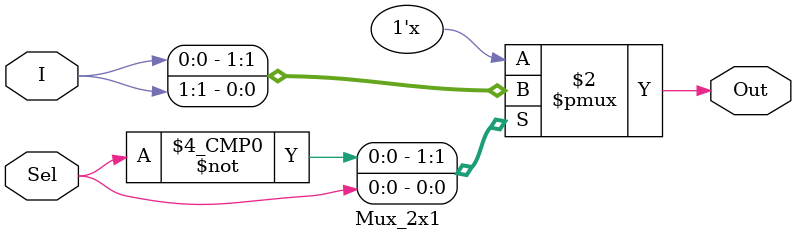
<source format=v>
module Mux_2x1 (I, Sel, Out);

  input [1:0] I;  // 2-bit input bus
  input Sel;      // 1-bit select input
  output Out;     // Output

  reg Out;        // Output register

  always @(I, Sel)
    case(Sel)
      1'b0: Out = I[0];  // If Sel is 0, Out is I[0]
      1'b1: Out = I[1];  // If Sel is 1, Out is I[1]
    endcase

endmodule


</source>
